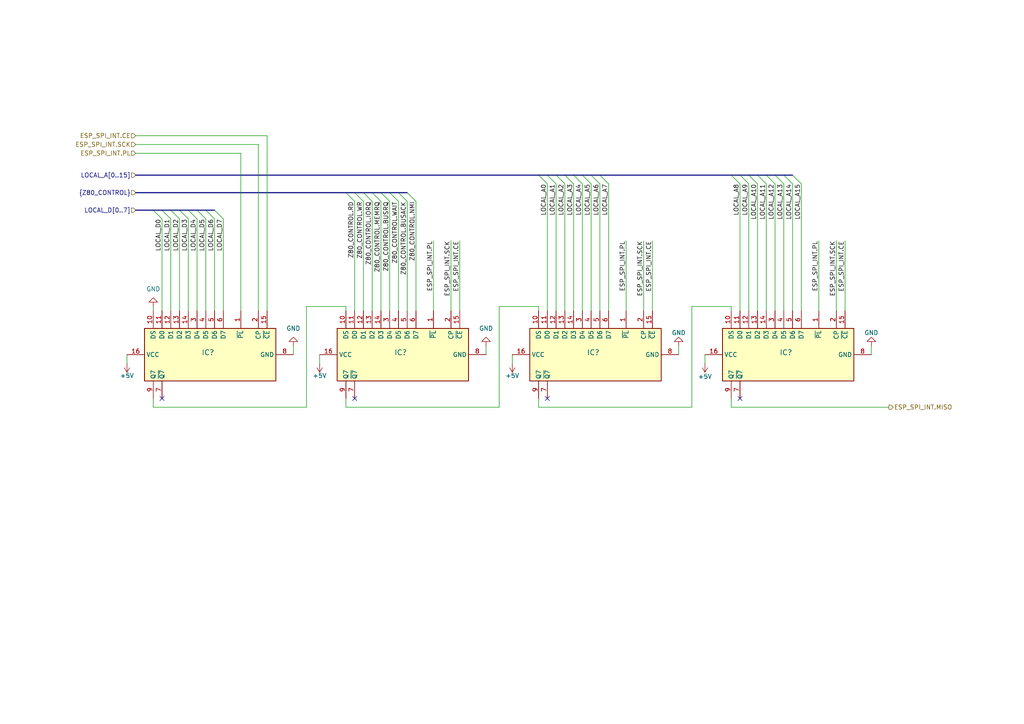
<source format=kicad_sch>
(kicad_sch (version 20230121) (generator eeschema)
  (paper "A4")
  (lib_symbols
    (symbol "74xx:74HC165"
      (property "Reference" "U" (at -7.62 19.05 0))
      (property "Value" "74HC165" (at -7.62 -21.59 0))
      (symbol "74HC165_1_0"
        (pin input line (at -12.7 -10.16 0) (length 5.08) (name "~{PL}") (number "1"))
        (pin input line (at -12.7 15.24 0) (length 5.08) (name "DS") (number "10"))
        (pin input line (at -12.7 12.7 0) (length 5.08) (name "D0") (number "11"))
        (pin input line (at -12.7 10.16 0) (length 5.08) (name "D1") (number "12"))
        (pin input line (at -12.7 7.62 0) (length 5.08) (name "D2") (number "13"))
        (pin input line (at -12.7 5.08 0) (length 5.08) (name "D3") (number "14"))
        (pin input line (at -12.7 -17.78 0) (length 5.08) (name "~{CE}") (number "15"))
        (pin power_in line (at 0 22.86 270) (length 5.08) (name "VCC") (number "16"))
        (pin input line (at -12.7 -15.24 0) (length 5.08) (name "CP") (number "2"))
        (pin input line (at -12.7 2.54 0) (length 5.08) (name "D4") (number "3"))
        (pin input line (at -12.7 0 0) (length 5.08) (name "D5") (number "4"))
        (pin input line (at -12.7 -2.54 0) (length 5.08) (name "D6") (number "5"))
        (pin input line (at -12.7 -5.08 0) (length 5.08) (name "D7") (number "6"))
        (pin output line (at 12.7 12.7 180) (length 5.08) (name "~{Q7}") (number "7"))
        (pin power_in line (at 0 -25.4 90) (length 5.08) (name "GND") (number "8"))
        (pin output line (at 12.7 15.24 180) (length 5.08) (name "Q7") (number "9"))
      )
      (symbol "74HC165_1_1"
        (rectangle (start -7.62 17.78) (end 7.62 -20.32) (stroke (width 0.254)) (fill (type background)))
      )
    )
    (symbol "power:+5V" (power) (pin_names (offset 0))
      (property "Value" "+5V" (at 0 3.556 0))
      (symbol "+5V_0_1"
        (polyline (pts (xy -0.762 1.27) (xy 0 2.54)))
        (polyline (pts (xy 0 0) (xy 0 2.54)))
        (polyline (pts (xy 0 2.54) (xy 0.762 1.27)))
      )
      (symbol "+5V_1_1"
        (pin power_in line (at 0 0 90) (length 0) hide (name "+5V") (number "1"))
      )
    )
    (symbol "power:GND" (power) (pin_names (offset 0))
      (property "Value" "GND" (at 0 -3.81 0))
      (symbol "GND_0_1"
        (polyline (pts (xy 0 0) (xy 0 -1.27) (xy 1.27 -1.27) (xy 0 -2.54) (xy -1.27 -1.27) (xy 0 -1.27)))
      )
      (symbol "GND_1_1"
        (pin power_in line (at 0 0 270) (length 0) hide (name "GND") (number "1"))
      )
    )
  )
  (no_connect (at 214.63 115.57))
  (no_connect (at 158.75 115.57))
  (no_connect (at 46.99 115.57))
  (no_connect (at 102.87 115.57))
  (bus_entry (at 52.07 60.96) (size 2.54 2.54))
  (bus_entry (at 163.83 50.8) (size 2.54 2.54))
  (bus_entry (at 161.29 50.8) (size 2.54 2.54))
  (bus_entry (at 229.87 50.8) (size 2.54 2.54))
  (bus_entry (at 44.45 60.96) (size 2.54 2.54))
  (bus_entry (at 168.91 50.8) (size 2.54 2.54))
  (bus_entry (at 156.21 50.8) (size 2.54 2.54))
  (bus_entry (at 59.69 60.96) (size 2.54 2.54))
  (bus_entry (at 118.11 55.88) (size 2.54 2.54))
  (bus_entry (at 102.87 55.88) (size 2.54 2.54))
  (bus_entry (at 113.03 55.88) (size 2.54 2.54))
  (bus_entry (at 158.75 50.8) (size 2.54 2.54))
  (bus_entry (at 171.45 50.8) (size 2.54 2.54))
  (bus_entry (at 166.37 50.8) (size 2.54 2.54))
  (bus_entry (at 54.61 60.96) (size 2.54 2.54))
  (bus_entry (at 214.63 50.8) (size 2.54 2.54))
  (bus_entry (at 217.17 50.8) (size 2.54 2.54))
  (bus_entry (at 219.71 50.8) (size 2.54 2.54))
  (bus_entry (at 222.25 50.8) (size 2.54 2.54))
  (bus_entry (at 227.33 50.8) (size 2.54 2.54))
  (bus_entry (at 62.23 60.96) (size 2.54 2.54))
  (bus_entry (at 46.99 60.96) (size 2.54 2.54))
  (bus_entry (at 57.15 60.96) (size 2.54 2.54))
  (bus_entry (at 110.49 55.88) (size 2.54 2.54))
  (bus_entry (at 105.41 55.88) (size 2.54 2.54))
  (bus_entry (at 49.53 60.96) (size 2.54 2.54))
  (bus_entry (at 115.57 55.88) (size 2.54 2.54))
  (bus_entry (at 212.09 50.8) (size 2.54 2.54))
  (bus_entry (at 173.99 50.8) (size 2.54 2.54))
  (bus_entry (at 224.79 50.8) (size 2.54 2.54))
  (bus_entry (at 100.33 55.88) (size 2.54 2.54))
  (bus_entry (at 107.95 55.88) (size 2.54 2.54))
  (wire (pts (xy 156.21 88.9) (xy 144.78 88.9)))
  (wire (pts (xy 44.45 115.57) (xy 44.45 118.11)))
  (bus (pts (xy 39.37 60.96) (xy 44.45 60.96)))
  (wire (pts (xy 140.97 100.33) (xy 140.97 102.87)))
  (bus (pts (xy 158.75 50.8) (xy 161.29 50.8)))
  (wire (pts (xy 237.49 69.85) (xy 237.49 90.17)))
  (bus (pts (xy 171.45 50.8) (xy 173.99 50.8)))
  (wire (pts (xy 49.53 63.5) (xy 49.53 90.17)))
  (bus (pts (xy 222.25 50.8) (xy 224.79 50.8)))
  (wire (pts (xy 92.71 105.41) (xy 92.71 102.87)))
  (wire (pts (xy 77.47 39.37) (xy 77.47 90.17)))
  (bus (pts (xy 156.21 50.8) (xy 158.75 50.8)))
  (wire (pts (xy 130.81 69.85) (xy 130.81 90.17)))
  (wire (pts (xy 212.09 88.9) (xy 212.09 90.17)))
  (wire (pts (xy 120.65 90.17) (xy 120.65 58.42)))
  (wire (pts (xy 54.61 63.5) (xy 54.61 90.17)))
  (bus (pts (xy 227.33 50.8) (xy 229.87 50.8)))
  (bus (pts (xy 100.33 55.88) (xy 102.87 55.88)))
  (bus (pts (xy 49.53 60.96) (xy 52.07 60.96)))
  (wire (pts (xy 227.33 53.34) (xy 227.33 90.17)))
  (wire (pts (xy 196.85 100.33) (xy 196.85 102.87)))
  (wire (pts (xy 200.66 88.9) (xy 212.09 88.9)))
  (wire (pts (xy 125.73 69.85) (xy 125.73 90.17)))
  (bus (pts (xy 163.83 50.8) (xy 166.37 50.8)))
  (bus (pts (xy 102.87 55.88) (xy 105.41 55.88)))
  (wire (pts (xy 118.11 58.42) (xy 118.11 90.17)))
  (wire (pts (xy 176.53 53.34) (xy 176.53 90.17)))
  (wire (pts (xy 39.37 44.45) (xy 69.85 44.45)))
  (wire (pts (xy 44.45 118.11) (xy 88.9 118.11)))
  (wire (pts (xy 148.59 105.41) (xy 148.59 102.87)))
  (bus (pts (xy 113.03 55.88) (xy 115.57 55.88)))
  (bus (pts (xy 166.37 50.8) (xy 168.91 50.8)))
  (bus (pts (xy 52.07 60.96) (xy 54.61 60.96)))
  (wire (pts (xy 212.09 118.11) (xy 257.81 118.11)))
  (wire (pts (xy 166.37 53.34) (xy 166.37 90.17)))
  (wire (pts (xy 46.99 63.5) (xy 46.99 90.17)))
  (wire (pts (xy 181.61 69.85) (xy 181.61 90.17)))
  (wire (pts (xy 52.07 63.5) (xy 52.07 90.17)))
  (wire (pts (xy 110.49 58.42) (xy 110.49 90.17)))
  (wire (pts (xy 245.11 69.85) (xy 245.11 90.17)))
  (wire (pts (xy 252.73 100.33) (xy 252.73 102.87)))
  (wire (pts (xy 62.23 63.5) (xy 62.23 90.17)))
  (wire (pts (xy 173.99 53.34) (xy 173.99 90.17)))
  (wire (pts (xy 100.33 118.11) (xy 144.78 118.11)))
  (bus (pts (xy 217.17 50.8) (xy 219.71 50.8)))
  (wire (pts (xy 88.9 118.11) (xy 88.9 88.9)))
  (wire (pts (xy 242.57 69.85) (xy 242.57 90.17)))
  (wire (pts (xy 64.77 63.5) (xy 64.77 90.17)))
  (bus (pts (xy 212.09 50.8) (xy 214.63 50.8)))
  (wire (pts (xy 217.17 53.34) (xy 217.17 90.17)))
  (wire (pts (xy 232.41 53.34) (xy 232.41 90.17)))
  (wire (pts (xy 105.41 58.42) (xy 105.41 90.17)))
  (wire (pts (xy 133.35 69.85) (xy 133.35 90.17)))
  (wire (pts (xy 186.69 69.85) (xy 186.69 90.17)))
  (bus (pts (xy 110.49 55.88) (xy 113.03 55.88)))
  (bus (pts (xy 115.57 55.88) (xy 118.11 55.88)))
  (wire (pts (xy 39.37 39.37) (xy 77.47 39.37)))
  (wire (pts (xy 161.29 53.34) (xy 161.29 90.17)))
  (wire (pts (xy 36.83 105.41) (xy 36.83 102.87)))
  (wire (pts (xy 144.78 88.9) (xy 144.78 118.11)))
  (wire (pts (xy 88.9 88.9) (xy 100.33 88.9)))
  (wire (pts (xy 200.66 118.11) (xy 200.66 88.9)))
  (wire (pts (xy 189.23 69.85) (xy 189.23 90.17)))
  (bus (pts (xy 219.71 50.8) (xy 222.25 50.8)))
  (wire (pts (xy 100.33 88.9) (xy 100.33 90.17)))
  (wire (pts (xy 224.79 53.34) (xy 224.79 90.17)))
  (wire (pts (xy 212.09 118.11) (xy 212.09 115.57)))
  (wire (pts (xy 115.57 58.42) (xy 115.57 90.17)))
  (wire (pts (xy 59.69 63.5) (xy 59.69 90.17)))
  (bus (pts (xy 107.95 55.88) (xy 110.49 55.88)))
  (wire (pts (xy 158.75 53.34) (xy 158.75 90.17)))
  (wire (pts (xy 107.95 90.17) (xy 107.95 58.42)))
  (wire (pts (xy 214.63 53.34) (xy 214.63 90.17)))
  (wire (pts (xy 57.15 63.5) (xy 57.15 90.17)))
  (bus (pts (xy 54.61 60.96) (xy 57.15 60.96)))
  (wire (pts (xy 74.93 41.91) (xy 74.93 90.17)))
  (wire (pts (xy 156.21 118.11) (xy 200.66 118.11)))
  (wire (pts (xy 204.47 105.41) (xy 204.47 102.87)))
  (wire (pts (xy 102.87 90.17) (xy 102.87 58.42)))
  (wire (pts (xy 156.21 118.11) (xy 156.21 115.57)))
  (wire (pts (xy 113.03 58.42) (xy 113.03 90.17)))
  (bus (pts (xy 57.15 60.96) (xy 59.69 60.96)))
  (wire (pts (xy 39.37 41.91) (xy 74.93 41.91)))
  (bus (pts (xy 59.69 60.96) (xy 62.23 60.96)))
  (wire (pts (xy 100.33 115.57) (xy 100.33 118.11)))
  (bus (pts (xy 46.99 60.96) (xy 49.53 60.96)))
  (wire (pts (xy 44.45 88.9) (xy 44.45 90.17)))
  (bus (pts (xy 44.45 60.96) (xy 46.99 60.96)))
  (wire (pts (xy 171.45 53.34) (xy 171.45 90.17)))
  (bus (pts (xy 105.41 55.88) (xy 107.95 55.88)))
  (bus (pts (xy 39.37 50.8) (xy 156.21 50.8)))
  (wire (pts (xy 222.25 53.34) (xy 222.25 90.17)))
  (bus (pts (xy 168.91 50.8) (xy 171.45 50.8)))
  (wire (pts (xy 168.91 53.34) (xy 168.91 90.17)))
  (bus (pts (xy 39.37 55.88) (xy 100.33 55.88)))
  (wire (pts (xy 229.87 53.34) (xy 229.87 90.17)))
  (wire (pts (xy 69.85 44.45) (xy 69.85 90.17)))
  (bus (pts (xy 224.79 50.8) (xy 227.33 50.8)))
  (wire (pts (xy 219.71 53.34) (xy 219.71 90.17)))
  (wire (pts (xy 156.21 88.9) (xy 156.21 90.17)))
  (bus (pts (xy 161.29 50.8) (xy 163.83 50.8)))
  (wire (pts (xy 85.09 100.33) (xy 85.09 102.87)))
  (bus (pts (xy 173.99 50.8) (xy 212.09 50.8)))
  (bus (pts (xy 214.63 50.8) (xy 217.17 50.8)))
  (wire (pts (xy 163.83 53.34) (xy 163.83 90.17)))
  (label "Z80_CONTROL.IORQ" (at 107.95 58.42 270))
  (label "ESP_SPI_INT.CE" (at 245.11 69.85 270))
  (label "LOCAL_D7" (at 64.77 63.5 270))
  (label "LOCAL_D4" (at 57.15 63.5 270))
  (label "LOCAL_A1" (at 161.29 53.34 270))
  (label "LOCAL_D5" (at 59.69 63.5 270))
  (label "Z80_CONTROL.NMI" (at 120.65 58.42 270))
  (label "Z80_CONTROL.BUSRQ" (at 113.03 58.42 270))
  (label "LOCAL_A15" (at 232.41 53.34 270))
  (label "LOCAL_D0" (at 46.99 63.5 270))
  (label "ESP_SPI_INT.PL" (at 125.73 69.85 270))
  (label "Z80_CONTROL.MEMRQ" (at 110.49 58.42 270))
  (label "LOCAL_A6" (at 173.99 53.34 270))
  (label "ESP_SPI_INT.SCK" (at 130.81 69.85 270))
  (label "LOCAL_D2" (at 52.07 63.5 270))
  (label "ESP_SPI_INT.CE" (at 189.23 69.85 270))
  (label "LOCAL_A4" (at 168.91 53.34 270))
  (label "Z80_CONTROL.WR" (at 105.41 58.42 270))
  (label "LOCAL_A14" (at 229.87 53.34 270))
  (label "LOCAL_A2" (at 163.83 53.34 270))
  (label "ESP_SPI_INT.SCK" (at 242.57 69.85 270))
  (label "ESP_SPI_INT.PL" (at 181.61 69.85 270))
  (label "ESP_SPI_INT.CE" (at 133.35 69.85 270))
  (label "LOCAL_A8" (at 214.63 53.34 270))
  (label "LOCAL_A7" (at 176.53 53.34 270))
  (label "Z80_CONTROL.WAIT" (at 115.57 58.42 270))
  (label "LOCAL_A9" (at 217.17 53.34 270))
  (label "LOCAL_A3" (at 166.37 53.34 270))
  (label "Z80_CONTROL.BUSACK" (at 118.11 58.42 270))
  (label "LOCAL_A10" (at 219.71 53.34 270))
  (label "Z80_CONTROL.RD" (at 102.87 58.42 270))
  (label "LOCAL_A5" (at 171.45 53.34 270))
  (label "LOCAL_A0" (at 158.75 53.34 270))
  (label "LOCAL_A11" (at 222.25 53.34 270))
  (label "ESP_SPI_INT.PL" (at 237.49 69.85 270))
  (label "LOCAL_D3" (at 54.61 63.5 270))
  (label "ESP_SPI_INT.SCK" (at 186.69 69.85 270))
  (label "LOCAL_D1" (at 49.53 63.5 270))
  (label "LOCAL_A13" (at 227.33 53.34 270))
  (label "LOCAL_D6" (at 62.23 63.5 270))
  (label "LOCAL_A12" (at 224.79 53.34 270))
  (hierarchical_label "ESP_SPI_INT.MISO" (shape output) (at 257.81 118.11 0))
  (hierarchical_label "ESP_SPI_INT.PL" (shape input) (at 39.37 44.45 180))
  (hierarchical_label "ESP_SPI_INT.SCK" (shape input) (at 39.37 41.91 180))
  (hierarchical_label "LOCAL_A[0..15]" (shape input) (at 39.37 50.8 180))
  (hierarchical_label "ESP_SPI_INT.CE" (shape input) (at 39.37 39.37 180))
  (hierarchical_label "LOCAL_D[0..7]" (shape input) (at 39.37 60.96 180))
  (hierarchical_label "{Z80_CONTROL}" (shape input) (at 39.37 55.88 180))
  (symbol (lib_id "power:+5V") (at 36.83 105.41 0) (mirror x) (unit 1)
    (property "Reference" "#PWR?" (effects hide))
    (property "Value" "+5V" (at 36.83 108.966 0))
    (instances (project "SPI-Z80-BUS_ZXspectrum" (path "" (reference "#PWR?") (unit 1)) (path "" (reference "#PWR01") (unit 1))) (project "FujiNet_Z80Bus_Basic" (path "" (reference "#PWR010") (unit 1))) (project "SPI-Z80-BUS-ZXSpectrum_impl_V2" (path "" (reference "#PWR013") (unit 1))))
  )
  (symbol (lib_id "power:+5V") (at 92.71 105.41 0) (mirror x) (unit 1)
    (property "Reference" "#PWR?" (effects hide))
    (property "Value" "+5V" (at 92.71 108.966 0))
    (instances (project "SPI-Z80-BUS_ZXspectrum" (path "" (reference "#PWR?") (unit 1)) (path "" (reference "#PWR05") (unit 1))) (project "FujiNet_Z80Bus_Basic" (path "" (reference "#PWR014") (unit 1))) (project "SPI-Z80-BUS-ZXSpectrum_impl_V2" (path "" (reference "#PWR016") (unit 1))))
  )
  (symbol (lib_id "74xx:74HC165") (at 115.57 102.87 90) (mirror x) (unit 1)
    (property "Reference" "IC?" (at 116.205 102.235 90) (effects (font (size 1.4986 1.4986))))
    (property "Value" "74HC165N" (effects hide))
    (property "Footprint" "Package_DIP:DIP-16_W7.62mm_Socket" (effects hide))
    (property "Datasheet" "https://assets.nexperia.com/documents/data-sheet/74HC_HCT165.pdf" (effects hide))
    (instances (project "SPI-Z80-BUS_ZXspectrum" (path "" (reference "IC?") (unit 1)) (path "" (reference "IC2") (unit 1))) (project "FujiNet_Z80Bus_Basic" (path "" (reference "IC?") (unit 1))) (project "SPI-Z80-BUS-ZXSpectrum_impl_V2" (path "" (reference "IC?") (unit 1)) (path "" (reference "ZX80_CONTROL.RD1") (unit 1))))
  )
  (symbol (lib_id "power:GND") (at 140.97 100.33 0) (mirror x) (unit 1)
    (property "Reference" "#PWR?" (effects hide))
    (property "Value" "GND" (at 140.97 95.25 0))
    (instances (project "SPI-Z80-BUS_ZXspectrum" (path "" (reference "#PWR?") (unit 1)) (path "" (reference "#PWR06") (unit 1))) (project "FujiNet_Z80Bus_Basic" (path "" (reference "#PWR017") (unit 1))) (project "SPI-Z80-BUS-ZXSpectrum_impl_V2" (path "" (reference "#PWR017") (unit 1))))
  )
  (symbol (lib_id "power:+5V") (at 204.47 105.41 0) (mirror x) (unit 1)
    (property "Reference" "#PWR?" (effects hide))
    (property "Value" "+5V" (at 204.47 109.22 0))
    (instances (project "SPI-Z80-BUS_ZXspectrum" (path "" (reference "#PWR?") (unit 1)) (path "" (reference "#PWR011") (unit 1))) (project "FujiNet_Z80Bus_Basic" (path "" (reference "#PWR024") (unit 1))) (project "SPI-Z80-BUS-ZXSpectrum_impl_V2" (path "" (reference "#PWR020") (unit 1))))
  )
  (symbol (lib_id "power:GND") (at 85.09 100.33 0) (mirror x) (unit 1)
    (property "Reference" "#PWR?" (effects hide))
    (property "Value" "GND" (at 85.09 95.25 0))
    (instances (project "SPI-Z80-BUS_ZXspectrum" (path "" (reference "#PWR?") (unit 1)) (path "" (reference "#PWR03") (unit 1))) (project "FujiNet_Z80Bus_Basic" (path "" (reference "#PWR013") (unit 1))) (project "SPI-Z80-BUS-ZXSpectrum_impl_V2" (path "" (reference "#PWR015") (unit 1))))
  )
  (symbol (lib_id "74xx:74HC165") (at 227.33 102.87 90) (mirror x) (unit 1)
    (property "Reference" "IC?" (at 227.965 102.235 90) (effects (font (size 1.4986 1.4986))))
    (property "Value" "74HC165N" (effects hide))
    (property "Footprint" "Package_DIP:DIP-16_W7.62mm_Socket" (effects hide))
    (property "Datasheet" "https://assets.nexperia.com/documents/data-sheet/74HC_HCT165.pdf" (effects hide))
    (instances (project "SPI-Z80-BUS_ZXspectrum" (path "" (reference "IC?") (unit 1)) (path "" (reference "IC4") (unit 1))) (project "FujiNet_Z80Bus_Basic" (path "" (reference "IC?") (unit 1))) (project "SPI-Z80-BUS-ZXSpectrum_impl_V2" (path "" (reference "IC?") (unit 1)) (path "" (reference "LOCAL_A-H.RD1") (unit 1))))
  )
  (symbol (lib_id "power:GND") (at 44.45 88.9 0) (mirror x) (unit 1)
    (property "Reference" "#PWR?" (effects hide))
    (property "Value" "GND" (at 44.45 83.82 0))
    (instances (project "SPI-Z80-BUS_ZXspectrum" (path "" (reference "#PWR?") (unit 1)) (path "" (reference "#PWR02") (unit 1))) (project "FujiNet_Z80Bus_Basic" (path "" (reference "#PWR011") (unit 1))) (project "SPI-Z80-BUS-ZXSpectrum_impl_V2" (path "" (reference "#PWR014") (unit 1))))
  )
  (symbol (lib_id "74xx:74HC165") (at 171.45 102.87 90) (mirror x) (unit 1)
    (property "Reference" "IC?" (at 172.085 102.235 90) (effects (font (size 1.4986 1.4986))))
    (property "Value" "74HC165N" (effects hide))
    (property "Footprint" "Package_DIP:DIP-16_W7.62mm_Socket" (effects hide))
    (property "Datasheet" "https://assets.nexperia.com/documents/data-sheet/74HC_HCT165.pdf" (effects hide))
    (instances (project "SPI-Z80-BUS_ZXspectrum" (path "" (reference "IC?") (unit 1)) (path "" (reference "IC3") (unit 1))) (project "FujiNet_Z80Bus_Basic" (path "" (reference "IC?") (unit 1))) (project "SPI-Z80-BUS-ZXSpectrum_impl_V2" (path "" (reference "IC?") (unit 1)) (path "" (reference "LOCAL_A-L.RD1") (unit 1))))
  )
  (symbol (lib_id "power:+5V") (at 148.59 105.41 0) (mirror x) (unit 1)
    (property "Reference" "#PWR?" (effects hide))
    (property "Value" "+5V" (at 148.59 108.966 0))
    (instances (project "SPI-Z80-BUS_ZXspectrum" (path "" (reference "#PWR?") (unit 1)) (path "" (reference "#PWR08") (unit 1))) (project "FujiNet_Z80Bus_Basic" (path "" (reference "#PWR018") (unit 1))) (project "SPI-Z80-BUS-ZXSpectrum_impl_V2" (path "" (reference "#PWR018") (unit 1))))
  )
  (symbol (lib_id "74xx:74HC165") (at 59.69 102.87 90) (mirror x) (unit 1)
    (property "Reference" "IC?" (at 60.325 102.235 90) (effects (font (size 1.4986 1.4986))))
    (property "Value" "74HC165N" (effects hide))
    (property "Footprint" "Package_DIP:DIP-16_W7.62mm_Socket" (effects hide))
    (property "Datasheet" "https://assets.nexperia.com/documents/data-sheet/74HC_HCT165.pdf" (effects hide))
    (instances (project "SPI-Z80-BUS_ZXspectrum" (path "" (reference "IC?") (unit 1)) (path "" (reference "IC1") (unit 1))) (project "FujiNet_Z80Bus_Basic" (path "" (reference "IC?") (unit 1))) (project "SPI-Z80-BUS-ZXSpectrum_impl_V2" (path "" (reference "IC?") (unit 1)) (path "" (reference "LOCAL_D.RD1") (unit 1))))
  )
  (symbol (lib_id "power:GND") (at 196.85 100.33 0) (mirror x) (unit 1)
    (property "Reference" "#PWR?" (effects hide))
    (property "Value" "GND" (at 196.85 96.52 0))
    (instances (project "SPI-Z80-BUS_ZXspectrum" (path "" (reference "#PWR?") (unit 1)) (path "" (reference "#PWR09") (unit 1))) (project "FujiNet_Z80Bus_Basic" (path "" (reference "#PWR023") (unit 1))) (project "SPI-Z80-BUS-ZXSpectrum_impl_V2" (path "" (reference "#PWR019") (unit 1))))
  )
  (symbol (lib_id "power:GND") (at 252.73 100.33 0) (mirror x) (unit 1)
    (property "Reference" "#PWR?" (effects hide))
    (property "Value" "GND" (at 252.73 96.52 0))
    (instances (project "SPI-Z80-BUS_ZXspectrum" (path "" (reference "#PWR?") (unit 1)) (path "" (reference "#PWR012") (unit 1))) (project "FujiNet_Z80Bus_Basic" (path "" (reference "#PWR028") (unit 1))) (project "SPI-Z80-BUS-ZXSpectrum_impl_V2" (path "" (reference "#PWR021") (unit 1))))
  )
)
</source>
